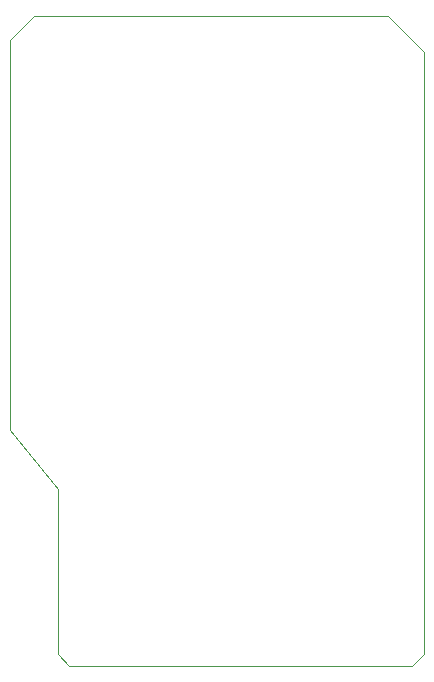
<source format=gbr>
G04 --- HEADER BEGIN --- *
G04 #@! TF.GenerationSoftware,LibrePCB,LibrePCB,1.1.0*
G04 #@! TF.CreationDate,2024-04-23T21:01:02*
G04 #@! TF.ProjectId,motherboard (Version 2),e7e7bca0-b6b9-4684-b626-93943a2f5169,version_2*
G04 #@! TF.Part,Single*
G04 #@! TF.SameCoordinates*
G04 #@! TF.FileFunction,Profile,NP*
%FSLAX66Y66*%
%MOMM*%
G01*
G75*
G04 --- HEADER END --- *
G04 --- APERTURE LIST BEGIN --- *
G04 #@! TA.AperFunction,Profile*
%ADD10C,0.001*%
G04 #@! TD*
G04 --- APERTURE LIST END --- *
G04 --- BOARD BEGIN --- *
D10*
X33000000Y40000000D02*
X37000000Y35000000D01*
X37000000Y21000000D01*
X38000000Y20000000D01*
X67000000Y20000000D01*
X68000000Y21000000D01*
X68000000Y33000000D01*
X68000000Y72000000D01*
X65000000Y75000000D01*
X35000000Y75000000D01*
X33000000Y73000000D01*
X33000000Y40000000D01*
G04 --- BOARD END --- *
G04 #@! TF.MD5,ae75b05641895f2d5b48c12f3751c00f*
M02*

</source>
